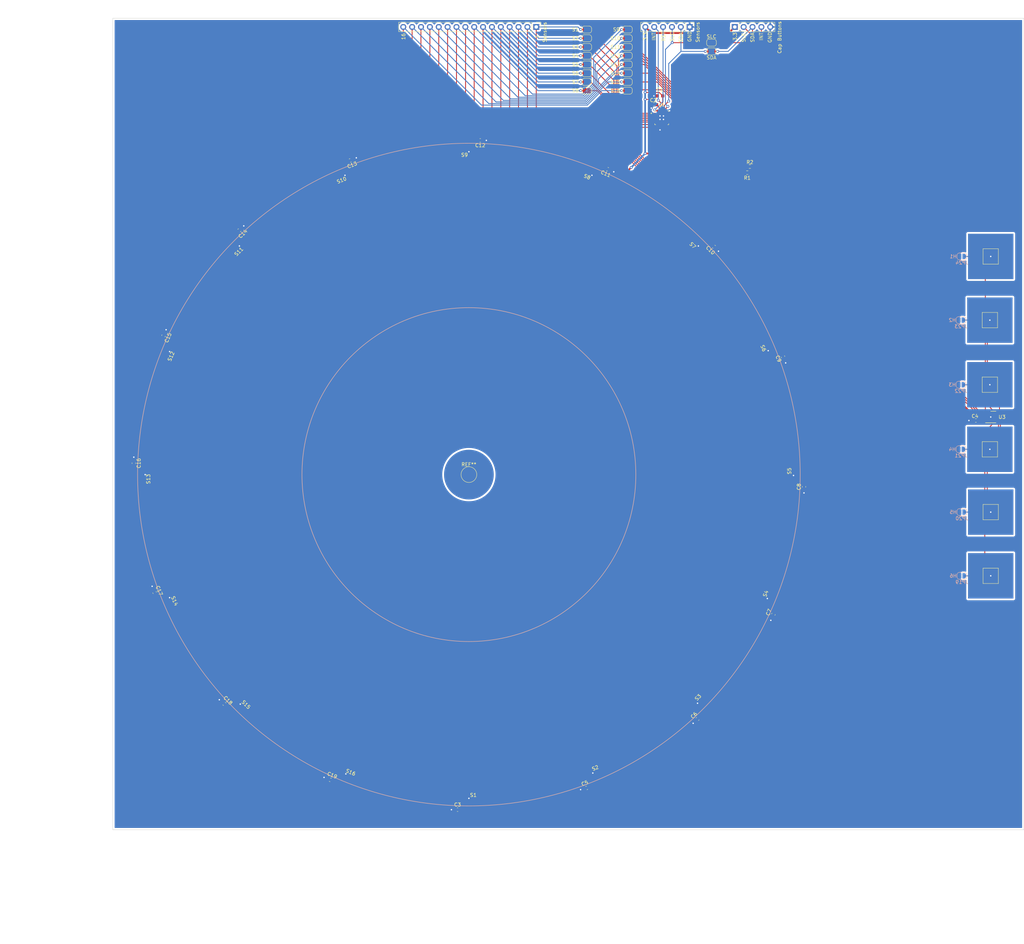
<source format=kicad_pcb>
(kicad_pcb (version 20211014) (generator pcbnew)
  (layers (0 "F.Cu" signal) (31 "B.Cu" signal) (34 "B.Paste" user) (35 "F.Paste" user) (36 "B.SilkS" user "B.Silkscreen") (37 "F.SilkS" user "F.Silkscreen") (38 "B.Mask" user) (39 "F.Mask" user) (44 "Edge.Cuts" user))
  (net 0 "")
  (net 1 "+3V3")
  (net 2 "GND")
  (net 3 "Net-(H2-Pad1)")
  (net 4 "Net-(H3-Pad1)")
  (net 5 "Net-(H4-Pad1)")
  (net 6 "Net-(H5-Pad1)")
  (net 7 "Net-(H6-Pad1)")
  (net 8 "Net-(J1-Pad1)")
  (net 9 "Net-(J1-Pad2)")
  (net 10 "Net-(J1-Pad3)")
  (net 11 "Net-(J1-Pad4)")
  (net 12 "Net-(J1-Pad5)")
  (net 13 "Net-(J1-Pad6)")
  (net 14 "Net-(J1-Pad7)")
  (net 15 "Net-(J1-Pad8)")
  (net 16 "Net-(J1-Pad9)")
  (net 17 "Net-(J1-Pad10)")
  (net 18 "Net-(J1-Pad11)")
  (net 19 "Net-(J1-Pad12)")
  (net 20 "Net-(J1-Pad13)")
  (net 21 "Net-(J1-Pad14)")
  (net 22 "Net-(J1-Pad15)")
  (net 23 "Net-(J1-Pad16)")
  (net 24 "Net-(J2-Pad2)")
  (net 25 "Net-(J2-Pad3)")
  (net 26 "Net-(J2-Pad4)")
  (net 27 "Net-(J2-Pad5)")
  (net 28 "Net-(J3-Pad2)")
  (net 29 "Net-(J3-Pad3)")
  (net 30 "Net-(J3-Pad4)")
  (net 31 "Net-(JP1-Pad2)")
  (net 32 "Net-(JP2-Pad1)")
  (net 33 "Net-(JP3-Pad2)")
  (net 34 "Net-(JP4-Pad1)")
  (net 35 "Net-(JP5-Pad2)")
  (net 36 "Net-(JP6-Pad1)")
  (net 37 "Net-(JP7-Pad2)")
  (net 38 "Net-(JP8-Pad1)")
  (net 39 "Net-(JP9-Pad2)")
  (net 40 "Net-(JP10-Pad1)")
  (net 41 "Net-(JP11-Pad2)")
  (net 42 "Net-(JP12-Pad1)")
  (net 43 "Net-(JP13-Pad2)")
  (net 44 "Net-(JP14-Pad1)")
  (net 45 "Net-(JP15-Pad2)")
  (net 46 "Net-(JP16-Pad1)")
  (net 47 "Net-(JP24-Pad2)")
  (footprint "Connector_PinHeader_2.54mm:PinHeader_1x16_P2.54mm_Vertical" (layer "F.Cu") (at 161.3 110 -90)
    (fp_text reference "Sensors")
    (fp_text value "Conn_01x16_Female")
  )
  (footprint "Capacitor_SMD:C_0603_1608Metric" (layer "F.Cu") (at 207.5 308.25 45)
    (fp_text reference "C6")
    (fp_text value "0.1 uF")
  )
  (footprint "AH3582-SA-7:SOT-23-AH3582-SA-7" (layer "F.Cu") (at 209.25 171.25 135)
    (fp_text reference "S7")
    (fp_text value "AH3582-SA-7")
  )
  (footprint "TestPoint:TestPoint_Pad_4.0x4.0mm" (layer "F.Cu") (at 291.25 194)
    (fp_text reference "H2")
    (fp_text value "MountingHole_Pad")
  )
  (footprint "TestPoint:TestPoint_Pad_4.0x4.0mm" (layer "F.Cu") (at 291.5 267.25)
    (fp_text reference "H6")
    (fp_text value "MountingHole_Pad")
  )
  (footprint "Capacitor_SMD:C_0603_1608Metric" (layer "F.Cu") (at 238 241.75 90)
    (fp_text reference "C8")
    (fp_text value "0.1 uF")
  )
  (footprint "AH3582-SA-7:SOT-23-AH3582-SA-7" (layer "F.Cu") (at 178.25 150.5 157.5)
    (fp_text reference "S8")
    (fp_text value "AH3582-SA-7")
  )
  (footprint "Solder_Jumpers:SolderJumper-2_P1.3mm_Open_RoundedPad1.0x1.5mm" (layer "F.Cu") (at 211.5 114.5 180)
    (fp_text reference "SLC")
    (fp_text value "SolderJumper_2_Open")
  )
  (footprint "Solder_Jumpers:SolderJumper-2_P1.3mm_Bridged2Bar_RoundedPad1.0x1.5mm" (layer "F.Cu") (at 175.75 125.75)
    (fp_text reference "S7")
    (fp_text value "SolderJumper_2_Bridged")
  )
  (footprint "Capacitor_SMD:C_0603_1608Metric" (layer "F.Cu") (at 195 132.25 180)
    (fp_text reference "C2")
    (fp_text value "0.1uF")
  )
  (footprint "Capacitor_SMD:C_0603_1608Metric" (layer "F.Cu") (at 102.283993 325.70342 -22.5)
    (fp_text reference "C19")
    (fp_text value "0.1 uF")
  )
  (footprint "Capacitor_SMD:C_0603_1608Metric" (layer "F.Cu") (at 229.25 278.25 67.5)
    (fp_text reference "C7")
    (fp_text value "0.1 uF")
  )
  (footprint "Solder_Jumpers:SolderJumper-2_P1.3mm_Bridged2Bar_RoundedPad1.0x1.5mm" (layer "F.Cu") (at 175.75 113.25)
    (fp_text reference "S2")
    (fp_text value "SolderJumper_2_Bridged")
  )
  (footprint "AH3582-SA-7:SOT-23-AH3582-SA-7" (layer "F.Cu") (at 178.25 325.75 22.5)
    (fp_text reference "S2")
    (fp_text value "AH3582-SA-7")
  )
  (footprint "Capacitor_SMD:C_0603_1608Metric" (layer "F.Cu") (at 196.75 129.75 180)
    (fp_text reference "C1")
    (fp_text value "0.1uF")
  )
  (footprint "Solder_Jumpers:SolderJumper-2_P1.3mm_Bridged2Bar_RoundedPad1.0x1.5mm" (layer "F.Cu") (at 187.4 110.75 180)
    (fp_text reference "S9")
    (fp_text value "SolderJumper_2_Bridged")
  )
  (footprint "TestPoint:TestPoint_Pad_D4.0mm" (layer "F.Cu") (at 142 238.25)
    (fp_text reference "REF**")
    (fp_text value "TestPoint_Pad_D4.0mm")
  )
  (footprint "AH3582-SA-7:SOT-23-AH3582-SA-7" (layer "F.Cu") (at 142 143.5 180)
    (fp_text reference "S9")
    (fp_text value "AH3582-SA-7")
  )
  (footprint "TestPoint:TestPoint_Pad_4.0x4.0mm" (layer "F.Cu") (at 291.5 175.75)
    (fp_text reference "H1")
    (fp_text value "MountingHole_Pad")
  )
  (footprint "Solder_Jumpers:SolderJumper-2_P1.3mm_Bridged2Bar_RoundedPad1.0x1.5mm" (layer "F.Cu") (at 175.75 110.75)
    (fp_text reference "S1")
    (fp_text value "SolderJumper_2_Bridged")
  )
  (footprint "Capacitor_SMD:C_0603_1608Metric" (layer "F.Cu") (at 46 235 -90)
    (fp_text reference "C16")
    (fp_text value "0.1 uF")
  )
  (footprint "AH3582-SA-7:SOT-23-AH3582-SA-7" (layer "F.Cu") (at 237 238.5 90)
    (fp_text reference "S5")
    (fp_text value "AH3582-SA-7")
  )
  (footprint "Resistor_SMD:R_0603_1608Metric" (layer "F.Cu") (at 222.5 150 180)
    (fp_text reference "R2")
    (fp_text value "10K")
  )
  (footprint "Solder_Jumpers:SolderJumper-2_P1.3mm_Bridged2Bar_RoundedPad1.0x1.5mm" (layer "F.Cu") (at 175.75 123.25)
    (fp_text reference "S6")
    (fp_text value "SolderJumper_2_Bridged")
  )
  (footprint "TestPoint:TestPoint_Pad_4.0x4.0mm" (layer "F.Cu") (at 291.5 249)
    (fp_text reference "H5")
    (fp_text value "MountingHole_Pad")
  )
  (footprint "Solder_Jumpers:SolderJumper-2_P1.3mm_Bridged2Bar_RoundedPad1.0x1.5mm" (layer "F.Cu") (at 175.75 115.75)
    (fp_text reference "S3")
    (fp_text value "SolderJumper_2_Bridged")
  )
  (footprint "AH3582-SA-7:SOT-23-AH3582-SA-7" (layer "F.Cu") (at 229.75 202 112.5)
    (fp_text reference "S6")
    (fp_text value "AH3582-SA-7")
  )
  (footprint "Capacitor_SMD:C_0603_1608Metric" (layer "F.Cu") (at 71.951992 303.951992 -45)
    (fp_text reference "C18")
    (fp_text value "0.1 uF")
  )
  (footprint "Capacitor_SMD:C_0603_1608Metric" (layer "F.Cu") (at 76.25 168.25 -135)
    (fp_text reference "C14")
    (fp_text value "0.1 uF")
  )
  (footprint "Capacitor_SMD:C_0603_1608Metric" (layer "F.Cu") (at 108 148.25 -157.5)
    (fp_text reference "C13")
    (fp_text value "0.1 uF")
  )
  (footprint "Capacitor_SMD:C_0603_1608Metric" (layer "F.Cu") (at 54.5 198.5 -112.5)
    (fp_text reference "C15")
    (fp_text value "0.1 uF")
  )
  (footprint "Resistor_SMD:R_0603_1608Metric" (layer "F.Cu") (at 221.75 151.75)
    (fp_text reference "R1")
    (fp_text value "10K")
  )
  (footprint "AH3582-SA-7:SOT-23-AH3582-SA-7" (layer "F.Cu") (at 54.25 202 -112.5)
    (fp_text reference "S12")
    (fp_text value "AH3582-SA-7")
  )
  (footprint "AH3582-SA-7:SOT-23-AH3582-SA-7" (layer "F.Cu") (at 209 305.25 45)
    (fp_text reference "S3")
    (fp_text value "AH3582-SA-7")
  )
  (footprint "AH3582-SA-7:SOT-23-AH3582-SA-7" (layer "F.Cu") (at 47 238.25 -90)
    (fp_text reference "S13")
    (fp_text value "AH3582-SA-7")
  )
  (footprint "Solder_Jumpers:SolderJumper-2_P1.3mm_Bridged2Bar_RoundedPad1.0x1.5mm" (layer "F.Cu") (at 187.4 125.75 180)
    (fp_text reference "S15")
    (fp_text value "SolderJumper_2_Bridged")
  )
  (footprint "Solder_Jumpers:SolderJumper-2_P1.3mm_Open_RoundedPad1.0x1.5mm" (layer "F.Cu") (at 211.5 117 180)
    (fp_text reference "SDA")
    (fp_text value "SolderJumper_2_Open")
  )
  (footprint "Solder_Jumpers:SolderJumper-2_P1.3mm_Bridged2Bar_RoundedPad1.0x1.5mm" (layer "F.Cu") (at 187.4 120.75 180)
    (fp_text reference "S13")
    (fp_text value "SolderJumper_2_Bridged")
  )
  (footprint "Capacitor_SMD:C_0603_1608Metric" (layer "F.Cu") (at 232 204.5 112.5)
    (fp_text reference "C9")
    (fp_text value "0.1 uF")
  )
  (footprint "Solder_Jumpers:SolderJumper-2_P1.3mm_Bridged2Bar_RoundedPad1.0x1.5mm" (layer "F.Cu") (at 187.4 113.25 180)
    (fp_text reference "S10")
    (fp_text value "SolderJumper_2_Bridged")
  )
  (footprint "TestPoint:TestPoint_Pad_4.0x4.0mm" (layer "F.Cu") (at 291.25 212.5)
    (fp_text reference "H3")
    (fp_text value "MountingHole_Pad")
  )
  (footprint "Connector_PinHeader_2.54mm:PinHeader_1x06_P2.54mm_Vertical" (layer "F.Cu") (at 205.25 110 -90)
    (fp_text reference "Sensors")
    (fp_text value "Conn_01x06_Female")
  )
  (footprint "KTS1622EUAA-TR:QFN50P400X400X80-25N" (layer "F.Cu") (at 197.25 136)
    (fp_text reference "U1")
    (fp_text value "KTS1622EUAA-TR")
  )
  (footprint "AH3582-SA-7:SOT-23-AH3582-SA-7" (layer "F.Cu") (at 74.75 171.25 -135)
    (fp_text reference "S11")
    (fp_text value "AH3582-SA-7")
  )
  (footprint "AH3582-SA-7:SOT-23-AH3582-SA-7" (layer "F.Cu") (at 105.5 150.5 -157.5)
    (fp_text reference "S10")
    (fp_text value "AH3582-SA-7")
  )
  (footprint "Solder_Jumpers:SolderJumper-2_P1.3mm_Bridged2Bar_RoundedPad1.0x1.5mm" (layer "F.Cu") (at 175.75 118.25)
    (fp_text reference "S4")
    (fp_text value "SolderJumper_2_Bridged")
  )
  (footprint "Solder_Jumpers:SolderJumper-2_P1.3mm_Bridged2Bar_RoundedPad1.0x1.5mm" (layer "F.Cu") (at 175.75 128.25)
    (fp_text reference "S8")
    (fp_text value "SolderJumper_2_Bridged")
  )
  (footprint "AH3582-SA-7:SOT-23-AH3582-SA-7" (layer "F.Cu") (at 142 333.25)
    (fp_text reference "S1")
    (fp_text value "AH3582-SA-7")
  )
  (footprint "Connector_PinHeader_2.54mm:PinHeader_1x05_P2.54mm_Vertical" (layer "F.Cu") (at 218.175 110 90)
    (fp_text reference "Cap Buttons")
    (fp_text value "Conn_01x05_Female")
  )
  (footprint "AH3582-SA-7:SOT-23-AH3582-SA-7" (layer "F.Cu") (at 75 305.5 -45)
    (fp_text reference "S15")
    (fp_text value "AH3582-SA-7")
  )
  (footprint "Solder_Jumpers:SolderJumper-2_P1.3mm_Bridged2Bar_RoundedPad1.0x1.5mm" (layer "F.Cu") (at 175.75 120.75)
    (fp_text reference "S5")
    (fp_text value "SolderJumper_2_Bridged")
  )
  (footprint "Capacitor_SMD:C_0603_1608Metric" (layer "F.Cu") (at 145.25 142.5 180)
    (fp_text reference "C12")
    (fp_text value "0.1 uF")
  )
  (footprint "Solder_Jumpers:SolderJumper-2_P1.3mm_Bridged2Bar_RoundedPad1.0x1.5mm" (layer "F.Cu") (at 187.4 128.25 180)
    (fp_text reference "S16")
    (fp_text value "SolderJumper_2_Bridged")
  )
  (footprint "Capacitor_SMD:C_0603_1608Metric" (layer "F.Cu") (at 138.75 334.25)
    (fp_text reference "C3")
    (fp_text value "0.1 uF")
  )
  (footprint "Solder_Jumpers:SolderJumper-2_P1.3mm_Bridged2Bar_RoundedPad1.0x1.5mm" (layer "F.Cu") (at 187.4 115.75 180)
    (fp_text reference "S11")
    (fp_text value "SolderJumper_2_Bridged")
  )
  (footprint "Solder_Jumpers:SolderJumper-2_P1.3mm_Bridged2Bar_RoundedPad1.0x1.5mm" (layer "F.Cu") (at 187.4 118.25 180)
    (fp_text reference "S12")
    (fp_text value "SolderJumper_2_Bridged")
  )
  (footprint "Solder_Jumpers:SolderJumper-2_P1.3mm_Bridged2Bar_RoundedPad1.0x1.5mm" (layer "F.Cu") (at 187.4 123.25 180)
    (fp_text reference "S14")
    (fp_text value "SolderJumper_2_Bridged")
  )
  (footprint "AH3582-SA-7:SOT-23-AH3582-SA-7" (layer "F.Cu") (at 105.75 326 -22.5)
    (fp_text reference "S16")
    (fp_text value "AH3582-SA-7")
  )
  (footprint "Capacitor_SMD:C_0603_1608Metric" (layer "F.Cu") (at 287.25 222.75 180)
    (fp_text reference "C4")
    (fp_text value "0.1uF")
  )
  (footprint "Capacitor_SMD:C_0603_1608Metric" (layer "F.Cu") (at 212.201992 172.951992 135)
    (fp_text reference "C10")
    (fp_text value "0.1 uF")
  )
  (footprint "Capacitor_SMD:C_0603_1608Metric" (layer "F.Cu") (at 175.75 328 22.5)
    (fp_text reference "C5")
    (fp_text value "0.1 uF")
  )
  (footprint "AH3582-SA-7:SOT-23-AH3582-SA-7" (layer "F.Cu") (at 54.25 274.5 -67.5)
    (fp_text reference "S14")
    (fp_text value "AH3582-SA-7")
  )
  (footprint "Capacitor_SMD:C_0603_1608Metric" (layer "F.Cu") (at 181.75 150.75 157.5)
    (fp_text reference "C11")
    (fp_text value "0.1 uF")
  )
  (footprint "TestPoint:TestPoint_Pad_4.0x4.0mm" (layer "F.Cu") (at 291.25 231)
    (fp_text reference "H4")
    (fp_text value "MountingHole_Pad")
  )
  (footprint "AH3582-SA-7:SOT-23-AH3582-SA-7" (layer "F.Cu") (at 229.5 274.75 67.5)
    (fp_text reference "S4")
    (fp_text value "AH3582-SA-7")
  )
  (footprint "Package_DFN_QFN:DFN-10-1EP_3x3mm_P0.5mm_EP1.55x2.48mm" (layer "F.Cu") (at 291.5 221.75)
    (fp_text reference "U3")
    (fp_text value "CAP1206-x-AIA")
  )
  (footprint "Capacitor_SMD:C_0603_1608Metric" (layer "F.Cu") (at 51.95342 272.033993 -67.5)
    (fp_text reference "C17")
    (fp_text value "0.1 uF")
  )
  (footprint "Solder_Jumpers:SolderJumper-2_P1.3mm_Open_RoundedPad1.0x1.5mm" (layer "B.Cu") (at 283 212.5)
    (fp_text reference "JP22")
    (fp_text value "SolderJumper_2_Open")
  )
  (footprint "Solder_Jumpers:SolderJumper-2_P1.3mm_Open_RoundedPad1.0x1.5mm" (layer "B.Cu") (at 283.25 175.75)
    (fp_text reference "JP24")
    (fp_text value "SolderJumper_2_Open")
  )
  (footprint "Solder_Jumpers:SolderJumper-2_P1.3mm_Open_RoundedPad1.0x1.5mm" (layer "B.Cu") (at 283.25 249)
    (fp_text reference "JP20")
    (fp_text value "SolderJumper_2_Open")
  )
  (footprint "Solder_Jumpers:SolderJumper-2_P1.3mm_Open_RoundedPad1.0x1.5mm" (layer "B.Cu") (at 283 231)
    (fp_text reference "JP21")
    (fp_text value "SolderJumper_2_Open")
  )
  (footprint "Solder_Jumpers:SolderJumper-2_P1.3mm_Open_RoundedPad1.0x1.5mm" (layer "B.Cu") (at 283 194)
    (fp_text reference "JP23")
    (fp_text value "SolderJumper_2_Open")
  )
  (footprint "Solder_Jumpers:SolderJumper-2_P1.3mm_Open_RoundedPad1.0x1.5mm" (layer "B.Cu") (at 283.25 267.25)
    (fp_text reference "JP19")
    (fp_text value "SolderJumper_2_Open")
  )
  (gr_circle (center 142 238.25) (end 236.920032 238.25) (layer "B.SilkS") (width 0.15) (fill none))
  (gr_circle (center 142 238.25) (end 189.825 238.385) (layer "B.SilkS") (width 0.15) (fill none))
  (gr_line (start 40 107.5) (end 40 340) (layer "Edge.Cuts") (width 0.1))
  (gr_line (start 301 107.5) (end 40 107.5) (layer "Edge.Cuts") (width 0.1))
  (gr_line (start 40 340) (end 140 340) (layer "Edge.Cuts") (width 0.1))
  (gr_line (start 140 340) (end 301 340) (layer "Edge.Cuts") (width 0.1))
  (gr_line (start 301 340) (end 301 107.5) (layer "Edge.Cuts") (width 0.1))
  (gr_text "3.3" (at 192.5 112.75 90) (layer "F.SilkS") (effects (font (size 1 1))))
  (gr_text "SLC" (at 220.75 113 90) (layer "F.SilkS") (effects (font (size 1 1))))
  (gr_text "GND" (at 228.25 113 90) (layer "F.SilkS") (effects (font (size 1 1))))
  (gr_text "RST" (at 197.75 112.75 90) (layer "F.SilkS") (effects (font (size 1 1))))
  (gr_text "SDA" (at 202.75 113 90) (layer "F.SilkS") (effects (font (size 1 1))))
  (gr_text "16" (at 123.25 112.75 90) (layer "F.SilkS") (effects (font (size 1 1))))
  (gr_text "GND" (at 205.25 112.75 90) (layer "F.SilkS") (effects (font (size 1 1))))
  (gr_text "1" (at 161.5 112.75 90) (layer "F.SilkS") (effects (font (size 1 1))))
  (gr_text "SLC" (at 200.25 112.75 90) (layer "F.SilkS") (effects (font (size 1 1))))
  (gr_text "INT" (at 225.75 112.75 90) (layer "F.SilkS") (effects (font (size 1 1))))
  (gr_text "INT" (at 195 112.75 90) (layer "F.SilkS") (effects (font (size 1 1))))
  (gr_text "3.3" (at 218.25 112.75 90) (layer "F.SilkS") (effects (font (size 1 1))))
  (gr_text "SDA" (at 223.25 113 90) (layer "F.SilkS") (effects (font (size 1 1))))
  (segment (start 180.474049 149.893476) (end 181.033993 150.45342) (width 0.25) (layer "F.Cu") (net 1))
  (segment (start 211.653984 172.403984) (end 211.596016 172.403984) (width 0.25) (layer "F.Cu") (net 1))
  (segment (start 209.070711 306.664214) (end 209.070711 306.679289) (width 0.25) (layer "F.Cu") (net 1))
  (segment (start 196.5 132.975) (end 195.775 132.25) (width 0.25) (layer "F.Cu") (net 1))
  (segment (start 197.5 132.0246) (end 197.525 131.9996) (width 0.25) (layer "F.Cu") (net 1))
  (segment (start 45.95 237.3) (end 45.95 235.825) (width 0.25) (layer "F.Cu") (net 1))
  (segment (start 238.05 240.925) (end 238 240.975) (width 0.25) (layer "F.Cu") (net 1))
  (segment (start 196.5 134.03) (end 196.5 132.975) (width 0.25) (layer "F.Cu") (net 1))
  (segment (start 106.664196 149.166377) (end 107.283993 148.54658) (width 0.25) (layer "F.Cu") (net 1))
  (segment (start 139.525 322.775) (end 139.5 322.75) (width 0.25) (layer "F.Cu") (net 1))
  (segment (start 195.775 132.25) (end 194.275 130.75) (width 0.25) (layer "F.Cu") (net 1))
  (segment (start 57.5 203.25) (end 57.5 235.75) (width 0.5) (layer "F.Cu") (net 1))
  (segment (start 103 326) (end 103.863973 326) (width 0.25) (layer "F.Cu") (net 1))
  (segment (start 231.083623 202.475868) (end 231.083623 203.164196) (width 0.25) (layer "F.Cu") (net 1))
  (segment (start 192.55 110) (end 194.3 111.75) (width 0.5) (layer "F.Cu") (net 1))
  (segment (start 144.5 153.75) (end 107.75 153.75) (width 0.5) (layer "F.Cu") (net 1))
  (segment (start 107.75 149.012587) (end 107.75 153.75) (width 0.25) (layer "F.Cu") (net 1))
  (segment (start 75.798008 168.798008) (end 83.875 176.875) (width 0.25) (layer "F.Cu") (net 1))
  (segment (start 83.875 176.875) (end 57.875 202.875) (width 0.5) (layer "F.Cu") (net 1))
  (segment (start 139.575 334.3) (end 139.525 334.25) (width 0.25) (layer "F.Cu") (net 1))
  (segment (start 220.925 150) (end 221.675 150) (width 0.5) (layer "F.Cu") (net 1))
  (segment (start 57.875 202.875) (end 57.5 203.25) (width 0.5) (layer "F.Cu") (net 1))
  (segment (start 105.975868 149.166377) (end 106.664196 149.166377) (width 0.25) (layer "F.Cu") (net 1))
  (segment (start 230.106524 276.029503) (end 230.106524 276.974049) (width 0.25) (layer "F.Cu") (net 1))
  (segment (start 57.475 235.775) (end 57.5 235.75) (width 0.25) (layer "F.Cu") (net 1))
  (segment (start 216.425 111.75) (end 218.175 110) (width 0.5) (layer "F.Cu") (net 1))
  (segment (start 139.525 334.25) (end 139.525 322.775) (width 0.25) (layer "F.Cu") (net 1))
  (segment (start 72.5 304.5) (end 80.625 296.375) (width 0.25) (layer "F.Cu") (net 1))
  (segment (start 194.3 111.75) (end 216.425 111.75) (width 0.5) (layer "F.Cu") (net 1))
  (segment (start 73.570711 305.570711) (end 72.5 304.5) (width 0.25) (layer "F.Cu") (net 1))
  (segment (start 74.679289 169.820711) (end 75.701992 168.798008) (width 0.25) (layer "F.Cu") (net 1))
  (segment (start 106.5 322.5) (end 106.5 322.25) (width 0.25) (layer "F.Cu") (net 1))
  (segment (start 225.9375 273.9375) (end 226.5 273.375) (width 0.5) (layer "F.Cu") (net 1))
  (segment (start 57.5 272.5) (end 57.5 273.25) (width 0.5) (layer "F.Cu") (net 1))
  (segment (start 177 153.75) (end 144.5 153.75) (width 0.5) (layer "F.Cu") (net 1))
  (segment (start 226.5 203.75) (end 226.5 203.25) (width 0.5) (layer "F.Cu") (net 1))
  (segment (start 211.596016 172.403984) (end 203.625 180.375) (width 0.25) (layer "F.Cu") (net 1))
  (segment (start 144.475 153.725) (end 144.5 153.75) (width 0.25) (layer "F.Cu") (net 1))
  (segment (start 231.70342 203.783993) (end 231.669427 203.75) (width 0.25) (layer "F.Cu") (net 1))
  (segment (start 194.275 130.75) (end 192.5 130.75) (width 0.25) (layer "F.Cu") (net 1))
  (segment (start 144.425 142.45) (end 144.475 142.5) (width 0.25) (layer "F.Cu") (net 1))
  (segment (start 53.643476 200.720497) (end 53.643476 199.775951) (width 0.25) (layer "F.Cu") (net 1))
  (segment (start 57.5 273.25) (end 80.625 296.375) (width 0.5) (layer "F.Cu") (net 1))
  (segment (start 196.5 128.75) (end 192.5 128.75) (width 0.25) (layer "F.Cu") (net 1))
  (segment (start 45.95 235.825) (end 46 235.775) (width 0.25) (layer "F.Cu") (net 1))
  (segment (start 197.525 129.75) (end 197.5 129.75) (width 0.25) (layer "F.Cu") (net 1))
  (segment (start 141.05 334.3) (end 139.575 334.3) (width 0.25) (layer "F.Cu") (net 1))
  (segment (start 226.5 241) (end 226.5 203.75) (width 0.5) (layer "F.Cu") (net 1))
  (segment (start 177.375 154.125) (end 177 153.75) (width 0.5) (layer "F.Cu") (net 1))
  (segment (start 103 326) (end 106.5 322.5) (width 0.25) (layer "F.Cu") (net 1))
  (segment (start 220.925 150) (end 217.175 146.25) (width 0.5) (layer "F.Cu") (net 1))
  (segment (start 238.05 239.45) (end 238.05 240.925) (width 0.25) (layer "F.Cu") (net 1))
  (segment (start 176.466007 327.70342) (end 176.5 327.669427) (width 0.25) (layer "F.Cu") (net 1))
  (segment (start 176.5 327.669427) (end 176.5 322.75) (width 0.25) (layer "F.Cu") (net 1))
  (segment (start 46 235.775) (end 57.475 235.775) (width 0.25) (layer "F.Cu") (net 1))
  (segment (start 177.774132 327.083623) (end 177.085804 327.083623) (width 0.25) (layer "F.Cu") (net 1))
  (segment (start 176.5 322.75) (end 177.125 322.75) (width 0.5) (layer "F.Cu") (net 1))
  (segment (start 197.525 131.9996) (end 197.525 129.75) (width 0.25) (layer "F.Cu") (net 1))
  (segment (start 73.585786 305.570711) (end 73.570711 305.570711) (width 0.25) (layer "F.Cu") (net 1))
  (segment (start 54.216007 199.216007) (end 57.875 202.875) (width 0.25) (layer "F.Cu") (net 1))
  (segment (start 197.5 129.75) (end 196.5 128.75) (width 0.25) (layer "F.Cu") (net 1))
  (segment (start 192.5 169.25) (end 181 157.75) (width 0.5) (layer "F.Cu") (net 1))
  (segment (start 229.54658 277.533993) (end 229.533993 277.533993) (width 0.25) (layer "F.Cu") (net 1))
  (segment (start 103.863973 326) (end 104.470497 326.606524) (width 0.25) (layer "F.Cu") (net 1))
  (segment (start 203.625 180.375) (end 192.5 169.25) (width 0.5) (layer "F.Cu") (net 1))
  (segment (start 288.025 222.725) (end 220.925 155.625) (width 0.5) (layer "F.Cu") (net 1))
  (segment (start 144.475 142.5) (end 144.475 153.725) (width 0.25) (layer "F.Cu") (net 1))
  (segment (start 231.083623 203.164196) (end 231.70342 203.783993) (width 0.25) (layer "F.Cu") (net 1))
  (segment (start 80.625 296.375) (end 106.5 322.25) (width 0.5) (layer "F.Cu") (net 1))
  (segment (start 53.643476 199.775951) (end 54.20342 199.216007) (width 0.25) (layer "F.Cu") (net 1))
  (segment (start 142.95 142.45) (end 144.425 142.45) (width 0.25) (layer "F.Cu") (net 1))
  (segment (start 220.925 151.75) (end 220.925 150) (width 0.5) (layer "F.Cu") (net 1))
  (segment (start 181.033993 150.466007) (end 177.375 154.125) (width 0.25) (layer "F.Cu") (net 1))
  (segment (start 74.679289 169.835786) (end 74.679289 169.820711) (width 0.25) (layer "F.Cu") (net 1))
  (segment (start 52.25 272.75) (end 52.5 272.5) (width 0.25) (layer "F.Cu") (net 1))
  (segment (start 226.5 203.25) (end 203.625 180.375) (width 0.5) (layer "F.Cu") (net 1))
  (segment (start 75.701992 168.798008) (end 75.798008 168.798008) (width 0.25) (layer "F.Cu") (net 1))
  (segment (start 229.533993 277.533993) (end 225.9375 273.9375) (width 0.25) (layer "F.Cu") (net 1))
  (segment (start 210.664214 171.414214) (end 211.653984 172.403984) (width 0.25) (layer "F.Cu") (net 1))
  (segment (start 210.664214 171.179289) (end 210.664214 171.414214) (width 0.25) (layer "F.Cu") (net 1))
  (segment (start 177.085804 327.083623) (end 176.466007 327.70342) (width 0.25) (layer "F.Cu") (net 1))
  (segment (start 208.048008 307.701992) (end 207.951992 307.701992) (width 0.25) (layer "F.Cu") (net 1))
  (segment (start 217.175 146.25) (end 192.5 146.25) (width 0.5) (layer "F.Cu") (net 1))
  (segment (start 238 240.975) (end 226.525 240.975) (width 0.25) (layer "F.Cu") (net 1))
  (segment (start 106.5 322.25) (end 107 322.75) (width 0.5) (layer "F.Cu") (net 1))
  (segment (start 197.5 134.03) (end 197.5 132.0246) (width 0.25) (layer "F.Cu") (net 1))
  (segment (start 139.5 322.75) (end 176.5 322.75) (width 0.5) (layer "F.Cu") (net 1))
  (segment (start 188.5 150.25) (end 181 157.75) (width 0.5) (layer "F.Cu") (net 1))
  (segment (start 107 153.75) (end 83.875 176.875) (width 0.5) (layer "F.Cu") (net 1))
  (segment (start 181.033993 150.45342) (end 181.033993 150.466007) (width 0.25) (layer "F.Cu") (net 1))
  (segment (start 226.525 240.975) (end 226.5 241) (width 0.25) (layer "F.Cu") (net 1))
  (segment (start 107.283993 148.54658) (end 107.75 149.012587) (width 0.25) (layer "F.Cu") (net 1))
  (segment (start 181 157.75) (end 177.375 154.125) (width 0.5) (layer "F.Cu") (net 1))
  (segment (start 179.529503 149.893476) (end 180.474049 149.893476) (width 0.25) (layer "F.Cu") (net 1))
  (segment (start 54.20342 199.216007) (end 54.216007 199.216007) (width 0.25) (layer "F.Cu") (net 1))
  (segment (start 209.070711 306.679289) (end 208.048008 307.701992) (width 0.25) (layer "F.Cu") (net 1))
  (segment (start 231.669427 203.75) (end 226.5 203.75) (width 0.25) (layer "F.Cu") (net 1))
  (segment (start 177.125 322.75) (end 200.0625 299.8125) (width 0.5) (layer "F.Cu") (net 1))
  (segment (start 107 322.75) (end 139.5 322.75) (width 0.5) (layer "F.Cu") (net 1))
  (segment (start 57.5 235.75) (end 57.5 272.5) (width 0.5) (layer "F.Cu") (net 1))
  (segment (start 226.5 273.375) (end 226.5 241) (width 0.5) (layer "F.Cu") (net 1))
  (segment (start 107.75 153.75) (end 107 153.75) (width 0.5) (layer "F.Cu") (net 1))
  (segment (start 220.925 155.625) (end 220.925 151.75) (width 0.5) (layer "F.Cu") (net 1))
  (segment (start 200.0625 299.8125) (end 225.9375 273.9375) (width 0.5) (layer "F.Cu") (net 1))
  (segment (start 289.95 222.75) (end 288.025 222.75) (width 0.25) (layer "F.Cu") (net 1))
  (segment (start 52.5 272.5) (end 57.5 272.5) (width 0.25) (layer "F.Cu") (net 1))
  (segment (start 52.916377 274.024132) (end 52.916377 273.416377) (width 0.25) (layer "F.Cu") (net 1))
  (segment (start 52.916377 273.416377) (end 52.25 272.75) (width 0.25) (layer "F.Cu") (net 1))
  (segment (start 230.106524 276.974049) (end 229.54658 277.533993) (width 0.25) (layer "F.Cu") (net 1))
  (segment (start 207.951992 307.701992) (end 200.0625 299.8125) (width 0.25) (layer "F.Cu") (net 1))
  (via (at 192.5 130.75) (size 0.8) (drill 0.4) (layers "F.Cu" "B.Cu") (net 1))
  (via (at 192.5 146.25) (size 0.8) (drill 0.4) (layers "F.Cu" "B.Cu") (net 1))
  (via (at 192.5 128.75) (size 0.8) (drill 0.4) (layers "F.Cu" "B.Cu") (net 1))
  (via (at 188.5 150.25) (size 0.8) (drill 0.4) (layers "F.Cu" "B.Cu") (net 1))
  (segment (start 192.55 128.7) (end 192.5 128.75) (width 0.5) (layer "B.Cu") (net 1))
  (segment (start 192.55 110) (end 192.55 128.7) (width 0.5) (layer "B.Cu") (net 1))
  (segment (start 192.5 130.75) (end 192.5 146.25) (width 0.5) (layer "B.Cu") (net 1))
  (segment (start 192.5 146.25) (end 188.5 150.25) (width 0.5) (layer "B.Cu") (net 1))
  (segment (start 192.5 130.75) (end 192.5 128.75) (width 0.5) (layer "B.Cu") (net 1))
  (segment (start 199.22 134.28) (end 199.5 134) (width 0.25) (layer "F.Cu") (net 2))
  (segment (start 146.025 142.5) (end 147 142.5) (width 0.25) (layer "F.Cu") (net 2))
  (segment (start 177.848182 151.470074) (end 177.848182 151.901818) (width 0.25) (layer "F.Cu") (net 2))
  (segment (start 142 332.2) (end 142 331) (width 0.25) (layer "F.Cu") (net 2))
  (segment (start 194.225 132.25) (end 194.25 132.275) (width 0.25) (layer "F.Cu") (net 2))
  (segment (start 54.79658 197.20342) (end 55.25 196.75) (width 0.25) (layer "F.Cu") (net 2))
  (segment (start 212.75 173.5) (end 213.5 174.25) (width 0.25) (layer "F.Cu") (net 2))
  (segment (start 232.29658 205.79658) (end 232.75 206.25) (width 0.25) (layer "F.Cu") (net 2))
  (segment (start 195.975 129.75) (end 195 129.75) (width 0.25) (layer "F.Cu") (net 2))
  (segment (start 55.651818 202.401818) (end 56.25 203) (width 0.25) (layer "F.Cu") (net 2))
  (segment (start 177.848182 324.779926) (end 177.848182 324.098182) (width 0.25) (layer "F.Cu") (net 2))
  (segment (start 228.95342 278.966007) (end 228.95342 279.54658) (width 0.25) (layer "F.Cu") (net 2))
  (segment (start 197.25 136) (end 196.75 136.5) (width 0.25) (layer "F.Cu") (net 2))
  (segment (start 142 144.55) (end 142 145.75) (width 0.25) (layer "F.Cu") (net 2))
  (segment (start 71.403984 303.403984) (end 71.153984 303.403984) (width 0.25) (layer "F.Cu") (net 2))
  (segment (start 197 137.97) (end 197 139.25) (width 0.25) (layer "F.Cu") (net 2))
  (segment (start 108.716007 147.95342) (end 109.29658 147.95342) (width 0.25) (layer "F.Cu") (net 2))
  (segment (start 55.220074 274.098182) (end 55.651818 274.098182) (width 0.25) (layer "F.Cu") (net 2))
  (segment (start 228.529926 274.348182) (end 228.098182 274.348182) (width 0.25) (layer "F.Cu") (net 2))
  (segment (start 208.507538 171.992462) (end 207.75 172.75) (width 0.25) (layer "F.Cu") (net 2))
  (segment (start 175.033993 328.29658) (end 174.20342 328.29658) (width 0.25) (layer "F.Cu") (net 2))
  (segment (start 55.651818 274.098182) (end 56.25 273.5) (width 0.25) (layer "F.Cu") (net 2))
  (segment (start 194.25 132.275) (end 194.25 133.25) (width 0.25) (layer "F.Cu") (net 2))
  (segment (start 286.475 222.75) (end 285.25 222.75) (width 0.25) (layer "F.Cu") (net 2))
  (segment (start 228.098182 274.348182) (end 227.5 273.75) (width 0.25) (layer "F.Cu") (net 2))
  (segment (start 197 139.25) (end 196.75 139.5) (width 0.25) (layer "F.Cu") (net 2))
  (segment (start 105.901818 151.901818) (end 106.5 152.5) (width 0.25) (layer "F.Cu") (net 2))
  (segment (start 174.20342 328.29658) (end 174 328.5) (width 0.25) (layer "F.Cu") (net 2))
  (segment (start 197.25 136) (end 196.75 135.5) (width 0.25) (layer "F.Cu") (net 2))
  (segment (start 109.29658 147.95342) (end 109.75 147.5) (width 0.25) (layer "F.Cu") (net 2))
  (segment (start 75.492462 171.992462) (end 76.25 172.75) (width 0.25) (layer "F.Cu") (net 2))
  (segment (start 137.975 334.25) (end 137 334.25) (width 0.25) (layer "F.Cu") (net 2))
  (segment (start 76.798008 167.701992) (end 77.5 167) (width 0.25) (layer "F.Cu") (net 2))
  (segment (start 238 242.525) (end 238 243.5) (width 0.25) (layer "F.Cu") (net 2))
  (segment (start 177.848182 324.098182) (end 177.5 323.75) (width 0.25) (layer "F.Cu") (net 2))
  (segment (start 177.848182 151.901818) (end 177.25 152.5) (width 0.25) (layer "F.Cu") (net 2))
  (segment (start 206.951992 308.798008) (end 206.25 309.5) (width 0.25) (layer "F.Cu") (net 2))
  (segment (start 235.95 238.5) (end 235 238.5) (width 0.25) (layer "F.Cu") (net 2))
  (segment (start 100.90684 325.40684) (end 100.5 325) (width 0.25) (layer "F.Cu") (net 2))
  (segment (start 101.567986 325.40684) (end 100.90684 325.40684) (width 0.25) (layer "F.Cu") (net 2))
  (segment (start 71.153984 303.403984) (end 70.5 302.75) (width 0.25) (layer "F.Cu") (net 2))
  (segment (start 232.29658 205.216007) (end 232.29658 205.79658) (width 0.25) (layer "F.Cu") (net 2))
  (segment (start 55.220074 202.401818) (end 55.651818 202.401818) (width 0.25) (layer "F.Cu") (net 2))
  (segment (start 46 234.225) (end 46 233.25) (width 0.25) (layer "F.Cu") (net 2))
  (segment (start 199.22 134.75) (end 199.22 134.28) (width 0.25) (layer "F.Cu") (net 2))
  (segment (start 48.05 238.25) (end 49.25 238.25) (width 0.25) (layer "F.Cu") (net 2))
  (segment (start 51.65684 270.65684) (end 51.25 270.25) (width 0.25) (layer "F.Cu") (net 2))
  (segment (start 106.151818 324.598182) (end 106.75 324) (width 0.25) (layer "F.Cu") (net 2))
  (segment (start 106.151818 325.029926) (end 106.151818 324.598182) (width 0.25) (layer "F.Cu") (net 2))
  (segment (start 105.901818 151.470074) (end 105.901818 151.901818) (width 0.25) (layer "F.Cu") (net 2))
  (segment (start 75.742462 304.757538) (end 76.5 304) (width 0.25) (layer "F.Cu") (net 2))
  (segment (start 228.779926 202.401818) (end 228.098182 202.401818) (width 0.25) (layer "F.Cu") (net 2))
  (segment (start 208.257538 304.507538) (end 207.5 303.75) (width 0.25) (layer "F.Cu") (net 2))
  (segment (start 54.79658 197.783993) (end 54.79658 197.20342) (width 0.25) (layer "F.Cu") (net 2))
  (segment (start 228.95342 279.54658) (end 228.5 280) (width 0.25) (layer "F.Cu") (net 2))
  (segment (start 183.04658 151.04658) (end 183.5 151.5) (width 0.25) (layer "F.Cu") (net 2))
  (segment (start 197.25 136) (end 197.75 136.5) (width 0.25) (layer "F.Cu") (net 2))
  (segment (start 182.466007 151.04658) (end 183.04658 151.04658) (width 0.25) (layer "F.Cu") (net 2))
  (segment (start 228.098182 202.401818) (end 227.75 202.75) (width 0.25) (layer "F.Cu") (net 2))
  (segment (start 51.65684 271.317986) (end 51.65684 270.65684) (width 0.25) (layer "F.Cu") (net 2))
  (segment (start 197.25 136) (end 197.75 135.5) (width 0.25) (layer "F.Cu") (net 2))
  (via (at 76.5 304) (size 0.8) (drill 0.4) (layers "F.Cu" "B.Cu") (net 2))
  (via (at 106.75 324) (size 0.8) (drill 0.4) (layers "F.Cu" "B.Cu") (net 2))
  (via (at 183.5 151.5) (size 0.8) (drill 0.4) (layers "F.Cu" "B.Cu") (net 2))
  (via (at 196.75 139.5) (size 0.8) (drill 0.4) (layers "F.Cu" "B.Cu") (net 2))
  (via (at 51.25 270.25) (size 0.8) (drill 0.4) (layers "F.Cu" "B.Cu") (net 2))
  (via (at 194.25 133.25) (size 0.8) (drill 0.4) (layers "F.Cu" "B.Cu") (net 2))
  (via (at 206.25 309.5) (size 0.8) (drill 0.4) (layers "F.Cu" "B.Cu") (net 2))
  (via (at 142 145.75) (size 0.8) (drill 0.4) (layers "F.Cu" "B.Cu") (net 2))
  (via (at 49.25 238.25) (size 0.8) (drill 0.4) (layers "F.Cu" "B.Cu") (net 2))
  (via (at 213.5 174.25) (size 0.8) (drill 0.4) (layers "F.Cu" "B.Cu") (net 2))
  (via (at 235 238.5) (size 0.8) (drill 0.4) (layers "F.Cu" "B.Cu") (net 2))
  (via (at 109.75 147.5) (size 0.8) (drill 0.4) (layers "F.Cu" "B.Cu") (net 2))
  (via (at 197.75 136.5) (size 0.8) (drill 0.4) (layers "F.Cu" "B.Cu") (net 2))
  (via (at 55.25 196.75) (size 0.8) (drill 0.4) (layers "F.Cu" "B.Cu") (net 2))
  (via (at 232.75 206.25) (size 0.8) (drill 0.4) (layers "F.Cu" "B.Cu") (net 2))
  (via (at 70.5 302.75) (size 0.8) (drill 0.4) (layers "F.Cu" "B.Cu") (net 2))
  (via (at 285.25 222.75) (size 0.8) (drill 0.4) (layers "F.Cu" "B.Cu") (net 2))
  (via (at 207.75 172.75) (size 0.8) (drill 0.4) (layers "F.Cu" "B.Cu") (net 2))
  (via (at 137 334.25) (size 0.8) (drill 0.4) (layers "F.Cu" "B.Cu") (net 2))
  (via (at 291.5 221.75) (size 0.8) (drill 0.4) (layers "F.Cu" "B.Cu") (net 2))
  (via (at 77.5 167) (size 0.8) (drill 0.4) (layers "F.Cu" "B.Cu") (net 2))
  (via (at 195 129.75) (size 0.8) (drill 0.4) (layers "F.Cu" "B.Cu") (net 2))
  (via (at 197.75 135.5) (size 0.8) (drill 0.4) (layers "F.Cu" "B.Cu") (net 2))
  (via (at 196.75 135.5) (size 0.8) (drill 0.4) (layers "F.Cu" "B.Cu") (net 2))
  (via (at 106.5 152.5) (size 0.8) (drill 0.4) (layers "F.Cu" "B.Cu") (net 2))
  (via (at 227.75 202.75) (size 0.8) (drill 0.4) (layers "F.Cu" "B.Cu") (net 2))
  (via (at 46 233.25) (size 0.8) (drill 0.4) (layers "F.Cu" "B.Cu") (net 2))
  (via (at 196.75 136.5) (size 0.8) (drill 0.4) (layers "F.Cu" "B.Cu") (net 2))
  (via (at 142 331) (size 0.8) (drill 0.4) (layers "F.Cu" "B.Cu") (net 2))
  (via (at 76.25 172.75) (size 0.8) (drill 0.4) (layers "F.Cu" "B.Cu") (net 2))
  (via (at 147 142.5) (size 0.8) (drill 0.4) (layers "F.Cu" "B.Cu") (net 2))
  (via (at 100.5 325) (size 0.8) (drill 0.4) (layers "F.Cu" "B.Cu") (net 2))
  (via (at 177.25 152.5) (size 0.8) (drill 0.4) (layers "F.Cu" "B.Cu") (net 2))
  (via (at 174 328.5) (size 0.8) (drill 0.4) (layers "F.Cu" "B.Cu") (net 2))
  (via (at 227.5 273.75) (size 0.8) (drill 0.4) (layers "F.Cu" "B.Cu") (net 2))
  (via (at 238 243.5) (size 0.8) (drill 0.4) (layers "F.Cu" "B.Cu") (net 2))
  (via (at 207.5 303.75) (size 0.8) (drill 0.4) (layers "F.Cu" "B.Cu") (net 2))
  (via (at 177.5 323.75) (size 0.8) (drill 0.4) (layers "F.Cu" "B.Cu") (net 2))
  (via (at 228.5 280) (size 0.8) (drill 0.4) (layers "F.Cu" "B.Cu") (net 2))
  (via (at 199.5 134) (size 0.8) (drill 0.4) (layers "F.Cu" "B.Cu") (net 2))
  (via (at 56.25 273.5) (size 0.8) (drill 0.4) (layers "F.Cu" "B.Cu") (net 2))
  (via (at 56.25 203) (size 0.8) (drill 0.4) (layers "F.Cu" "B.Cu") (net 2))
  (segment (start 196.75 135.5) (end 197 135.75) (width 0.25) (layer "B.Cu") (net 2))
  (segment (start 290.525498 194.7245) (end 291.249998 194) (width 0.25) (layer "F.Cu") (net 3))
  (segment (start 290.525498 218.225498) (end 290.525498 194.7245) (width 0.25) (layer "F.Cu") (net 3))
  (segment (start 293.05 220.75) (end 290.525498 218.225498) (width 0.25) (layer "F.Cu") (net 3))
  (via (at 291.249998 194) (size 0.8) (drill 0.4) (layers "F.Cu" "B.Cu") (net 3))
  (segment (start 283.65 194) (end 291.249998 194) (width 0.25) (layer "B.Cu") (net 3))
  (segment (start 293.05 221.25) (end 293.75 221.25) (width 0.25) (layer "F.Cu") (net 4))
  (segment (start 294 215.249999) (end 291.249999 212.499998) (width 0.25) (layer "F.Cu") (net 4))
  (segment (start 294 221) (end 294 215.249999) (width 0.25) (layer "F.Cu") (net 4))
  (segment (start 293.75 221.25) (end 294 221) (width 0.25) (layer "F.Cu") (net 4))
  (via (at 291.249999 212.499998) (size 0.8) (drill 0.4) (layers "F.Cu" "B.Cu") (net 4))
  (segment (start 283.65 212.5) (end 291.25 212.5) (width 0.25) (layer "B.Cu") (net 4))
  (segment (start 293.809726 221.75) (end 294.25 222.190274) (width 0.25) (layer "F.Cu") (net 5))
  (segment (start 294.25 222.190274) (end 294.25 228) (width 0.25) (layer "F.Cu") (net 5))
  (segment (start 293.05 221.75) (end 293.809726 221.75) (width 0.25) (layer "F.Cu") (net 5))
  (segment (start 294.25 228) (end 291.25 231) (width 0.25) (layer "F.Cu") (net 5))
  (via (at 291.25 231) (size 0.8) (drill 0.4) (layers "F.Cu" "B.Cu") (net 5))
  (segment (start 283.65 231) (end 291.25 231) (width 0.25) (layer "B.Cu") (net 5))
  (segment (start 293.05 222.25) (end 293.5 222.25) (width 0.25) (layer "F.Cu") (net 6))
  (segment (start 290.5 228.75) (end 290.5 248) (width 0.25) (layer "F.Cu") (net 6))
  (segment (start 293.699511 222.449511) (end 293.699511 225.550489) (width 0.25) (layer "F.Cu") (net 6))
  (segment (start 293.699511 225.550489) (end 290.5 228.75) (width 0.25) (layer "F.Cu") (net 6))
  (segment (start 293.5 222.25) (end 293.699511 222.449511) (width 0.25) (layer "F.Cu") (net 6))
  (segment (start 290.5 248) (end 291.5 249) (width 0.25) (layer "F.Cu") (net 6))
  (via (at 291.5 249) (size 0.8) (drill 0.4) (layers "F.Cu" "B.Cu") (net 6))
  (segment (start 283.9 249) (end 291.5 249) (width 0.25) (layer "B.Cu") (net 6))
  (segment (start 289.8 265.55) (end 291.5 267.25) (width 0.25) (layer "F.Cu") (net 7))
  (segment (start 293.05 222.75) (end 289.8 226) (width 0.25) (layer "F.Cu") (net 7))
  (segment (start 289.8 226) (end 289.8 265.55) (width 0.25) (layer "F.Cu") (net 7))
  (via (at 291.5 267.25) (size 0.8) (drill 0.4) (layers "F.Cu" "B.Cu") (net 7))
  (segment (start 283.9 267.25) (end 291.5 267.25) (width 0.25) (layer "B.Cu") (net 7))
  (segment (start 161.3 143.8) (end 161.3 110) (width 0.25) (layer "F.Cu") (net 8))
  (segment (start 240.75 196.25) (end 188.75 144.25) (width 0.25) (layer "F.Cu") (net 8))
  (segment (start 174 110.75) (end 175.1 110.75) (width 0.25) (layer "F.Cu") (net 8))
  (segment (start 183.7 334.3) (end 240.75 277.25) (width 0.25) (layer "F.Cu") (net 8))
  (segment (start 142.95 334.3) (end 183.7 334.3) (width 0.25) (layer "F.Cu") (net 8))
  (segment (start 161.75 144.25) (end 161.3 143.8) (width 0.25) (layer "F.Cu") (net 8))
  (segment (start 240.75 277.25) (end 240.75 196.25) (width 0.25) (layer "F.Cu") (net 8))
  (segment (start 188.75 144.25) (end 161.75 144.25) (width 0.25) (layer "F.Cu") (net 8))
  (via (at 174 110.75) (size 0.8) (drill 0.4) (layers "F.Cu" "B.Cu") (net 8))
  (segment (start 173.25 110) (end 174 110.75) (width 0.25) (layer "B.Cu") (net 8))
  (segment (start 161.3 110) (end 173.25 110) (width 0.25) (layer "B.Cu") (net 8))
  (segment (start 179.529503 326.356524) (end 190.893476 326.356524) (width 0.25) (layer "F.Cu") (net 9))
  (segment (start 240.25 196.5) (end 188.5 144.75) (width 0.25) (layer "F.Cu") (net 9))
  (segment (start 190.893476 326.356524) (end 240.25 277) (width 0.25) (layer "F.Cu") (net 9))
  (segment (start 188.5 144.75) (end 159.25 144.75) (width 0.25) (layer "F.Cu") (net 9))
  (segment (start 158.76 144.26) (end 158.76 110) (width 0.25) (layer "F.Cu") (net 9))
  (segment (start 174 113.25) (end 175.1 113.25) (width 0.25) (layer "F.Cu") (net 9))
  (segment (start 159.25 144.75) (end 158.76 144.26) (width 0.25) (layer "F.Cu") (net 9))
  (segment (start 240.25 277) (end 240.25 196.5) (width 0.25) (layer "F.Cu") (net 9))
  (via (at 174 113.25) (size 0.8) (drill 0.4) (layers "F.Cu" "B.Cu") (net 9))
  (segment (start 158.76 110) (end 162.01 113.25) (width 0.25) (layer "B.Cu") (net 9))
  (segment (start 162.01 113.25) (end 174 113.25) (width 0.25) (layer "B.Cu") (net 9))
  (segment (start 239.75 276.75) (end 239.75 196.75) (width 0.25) (layer "F.Cu") (net 10))
  (segment (start 174 115.75) (end 175.1 115.75) (width 0.25) (layer "F.Cu") (net 10))
  (segment (start 188.25 145.25) (end 156.75 145.25) (width 0.25) (layer "F.Cu") (net 10))
  (segment (start 239.75 196.75) (end 188.25 145.25) (width 0.25) (layer "F.Cu") (net 10))
  (segment (start 156.75 145.25) (end 156.22 144.72) (width 0.25) (layer "F.Cu") (net 10))
  (segment (start 156.22 144.72) (end 156.22 110) (width 0.25) (layer "F.Cu") (net 10))
  (segment (start 210.414214 305.320711) (end 211.179289 305.320711) (width 0.25) (layer "F.Cu") (net 10))
  (segment (start 211.179289 305.320711) (end 239.75 276.75) (width 0.25) (layer "F.Cu") (net 10))
  (via (at 174 115.75) (size 0.8) (drill 0.4) (layers "F.Cu" "B.Cu") (net 10))
  (segment (start 156.22 110) (end 161.97 115.75) (width 0.25) (layer "B.Cu") (net 10))
  (segment (start 161.97 115.75) (end 174 115.75) (width 0.25) (layer "B.Cu") (net 10))
  (segment (start 188 145.75) (end 155.5 145.75) (width 0.25) (layer "F.Cu") (net 11))
  (segment (start 155.5 145.75) (end 153.68 143.93) (width 0.25) (layer "F.Cu") (net 11))
  (segment (start 174 118.25) (end 175.1 118.25) (width 0.25) (layer "F.Cu") (net 11))
  (segment (start 239.25 266) (end 239.25 197) (width 0.25) (layer "F.Cu") (net 11))
  (segment (start 230.975868 274.274132) (end 239.25 266) (width 0.25) (layer "F.Cu") (net 11))
  (segment (start 230.833623 274.274132) (end 230.975868 274.274132) (width 0.25) (layer "F.Cu") (net 11))
  (segment (start 153.68 143.93) (end 153.68 110) (width 0.25) (layer "F.Cu") (net 11))
  (segment (start 239.25 197) (end 188 145.75) (width 0.25) (layer "F.Cu") (net 11))
  (via (at 174 118.25) (size 0.8) (drill 0.4) (layers "F.Cu" "B.Cu") (net 11))
  (segment (start 153.68 110) (end 161.93 118.25) (width 0.25) (layer "B.Cu") (net 11))
  (segment (start 161.93 118.25) (end 174 118.25) (width 0.25) (layer "B.Cu") (net 11))
  (segment (start 155.25 146.25) (end 151.14 142.14) (width 0.25) (layer "F.Cu") (net 12))
  (segment (start 238.75 197.25) (end 187.75 146.25) (width 0.25) (layer "F.Cu") (net 12))
  (segment (start 174 120.75) (end 175.1 120.75) (width 0.25) (layer "F.Cu") (net 12))
  (segment (start 238.75 236.85) (end 238.75 197.25) (width 0.25) (layer "F.Cu") (net 12))
  (segment (start 151.14 142.14) (end 151.14 110) (width 0.25) (layer "F.Cu") (net 12))
  (segment (start 187.75 146.25) (end 155.25 146.25) (width 0.25) (layer "F.Cu") (net 12))
  (segment (start 238.05 237.55) (end 238.75 236.85) (width 0.25) (layer "F.Cu") (net 12))
  (via (at 174 120.75) (size 0.8) (drill 0.4) (layers "F.Cu" "B.Cu") (net 12))
  (segment (start 161.89 120.75) (end 174 120.75) (width 0.25) (layer "B.Cu") (net 12))
  (segment (start 151.14 110) (end 161.89 120.75) (width 0.25) (layer "B.Cu") (net 12))
  (segment (start 187.5 146.75) (end 155 146.75) (width 0.25) (layer "F.Cu") (net 13))
  (segment (start 148.6 140.35) (end 148.6 110) (width 0.25) (layer "F.Cu") (net 13))
  (segment (start 230.356524 200.720497) (end 230.356524 189.606524) (width 0.25) (layer "F.Cu") (net 13))
  (segment (start 155 146.75) (end 148.6 140.35) (width 0.25) (layer "F.Cu") (net 13))
  (segment (start 230.356524 189.606524) (end 187.5 146.75) (width 0.25) (layer "F.Cu") (net 13))
  (segment (start 174 123.25) (end 175.1 123.25) (width 0.25) (layer "F.Cu") (net 13))
  (via (at 174 123.25) (size 0.8) (drill 0.4) (layers "F.Cu" "B.Cu") (net 13))
  (segment (start 161.85 123.25) (end 174 123.25) (width 0.25) (layer "B.Cu") (net 13))
  (segment (start 148.6 110) (end 161.85 123.25) (width 0.25) (layer "B.Cu") (net 13))
  (segment (start 187.25 147.25) (end 154.75 147.25) (width 0.25) (layer "F.Cu") (net 14))
  (segment (start 209.320711 169.320711) (end 187.25 147.25) (width 0.25) (layer "F.Cu") (net 14))
  (segment (start 146.06 138.56) (end 146.06 110) (width 0.25) (layer "F.Cu") (net 14))
  (segment (start 154.75 147.25) (end 146.06 138.56) (width 0.25) (layer "F.Cu") (net 14))
  (segment (start 174 125.75) (end 175.1 125.75) (width 0.25) (layer "F.Cu") (net 14))
  (segment (start 209.320711 169.835786) (end 209.320711 169.320711) (width 0.25) (layer "F.Cu") (net 14))
  (via (at 174 125.75) (size 0.8) (drill 0.4) (layers "F.Cu" "B.Cu") (net 14))
  (segment (start 146.06 110) (end 161.81 125.75) (width 0.25) (layer "B.Cu") (net 14))
  (segment (start 161.81 125.75) (end 174 125.75) (width 0.25) (layer "B.Cu") (net 14))
  (segment (start 155.916377 149.166377) (end 143.52 136.77) (width 0.25) (layer "F.Cu") (net 15))
  (segment (start 143.52 136.77) (end 143.52 110) (width 0.25) (layer "F.Cu") (net 15))
  (segment (start 175.1 128.25) (end 174 128.25) (width 0.25) (layer "F.Cu") (net 15))
  (segment (start 177.774132 149.166377) (end 155.916377 149.166377) (width 0.25) (layer "F.Cu") (net 15))
  (via (at 174 128.25) (size 0.8) (drill 0.4) (layers "F.Cu" "B.Cu") (net 15))
  (segment (start 143.52 110) (end 161.77 128.25) (width 0.25) (layer "B.Cu") (net 15))
  (segment (start 161.77 128.25) (end 174 128.25) (width 0.25) (layer "B.Cu") (net 15))
  (segment (start 141.05 110.07) (end 140.98 110) (width 0.25) (layer "F.Cu") (net 16))
  (segment (start 141.05 142.45) (end 141.05 110.07) (width 0.25) (layer "F.Cu") (net 16))
  (segment (start 186.75 110.75) (end 185.75 110.75) (width 0.25) (layer "F.Cu") (net 16))
  (via (at 185.75 110.75) (size 0.8) (drill 0.4) (layers "F.Cu" "B.Cu") (net 16))
  (segment (start 185.75 110.75) (end 177.75 118.75) (width 0.25) (layer "B.Cu") (net 16))
  (segment (start 174.615346 129.25) (end 160.23 129.25) (width 0.25) (layer "B.Cu") (net 16))
  (segment (start 177.75 118.75) (end 177.75 126.115346) (width 0.25) (layer "B.Cu") (net 16))
  (segment (start 177.75 126.115346) (end 174.615346 129.25) (width 0.25) (layer "B.Cu") (net 16))
  (segment (start 160.23 129.25) (end 140.98 110) (width 0.25) (layer "B.Cu") (net 16))
  (segment (start 104.220497 149.893476) (end 104.220497 148.529503) (width 0.25) (layer "F.Cu") (net 17))
  (segment (start 138.44 142.31) (end 138.44 110) (width 0.25) (layer "F.Cu") (net 17))
  (segment (start 186.75 113.25) (end 185.75 113.25) (width 0.25) (layer "F.Cu") (net 17))
  (segment (start 135 145.75) (end 138.44 142.31) (width 0.25) (layer "F.Cu") (net 17))
  (segment (start 104.220497 148.529503) (end 107 145.75) (width 0.25) (layer "F.Cu") (net 17))
  (segment (start 107 145.75) (end 135 145.75) (width 0.25) (layer "F.Cu") (net 17))
  (via (at 185.75 113.25) (size 0.8) (drill 0.4) (layers "F.Cu" "B.Cu") (net 17))
  (segment (start 174.801539 129.699511) (end 158.139511 129.699511) (width 0.25) (layer "B.Cu") (net 17))
  (segment (start 185.75 113.25) (end 178.199511 120.800489) (width 0.25) (layer "B.Cu") (net 17))
  (segment (start 158.139511 129.699511) (end 138.44 110) (width 0.25) (layer "B.Cu") (net 17))
  (segment (start 178.199511 126.301539) (end 174.801539 129.699511) (width 0.25) (layer "B.Cu") (net 17))
  (segment (start 178.199511 120.800489) (end 178.199511 126.301539) (width 0.25) (layer "B.Cu") (net 17))
  (segment (start 134.75 145.25) (end 135.9 144.1) (width 0.25) (layer "F.Cu") (net 18))
  (segment (start 97.5 145.25) (end 134.75 145.25) (width 0.25) (layer "F.Cu") (net 18))
  (segment (start 135.9 144.1) (end 135.9 110) (width 0.25) (layer "F.Cu") (net 18))
  (segment (start 73.335786 169.414214) (end 97.5 145.25) (width 0.25) (layer "F.Cu") (net 18))
  (segment (start 73.335786 171.179289) (end 73.335786 169.414214) (width 0.25) (layer "F.Cu") (net 18))
  (segment (start 186.75 115.75) (end 185.75 115.75) (width 0.25) (layer "F.Cu") (net 18))
  (via (at 185.75 115.75) (size 0.8) (drill 0.4) (layers "F.Cu" "B.Cu") (net 18))
  (segment (start 135.9 110) (end 156.049021 130.149021) (width 0.25) (layer "B.Cu") (net 18))
  (segment (start 178.651467 122.848533) (end 185.75 115.75) (width 0.25) (layer "B.Cu") (net 18))
  (segment (start 156.049021 130.149021) (end 174.987733 130.149021) (width 0.25) (layer "B.Cu") (net 18))
  (segment (start 174.987733 130.149021) (end 178.651467 126.485287) (width 0.25) (layer "B.Cu") (net 18))
  (segment (start 178.651467 126.485287) (end 178.651467 122.848533) (width 0.25) (layer "B.Cu") (net 18))
  (segment (start 186.75 118.25) (end 185.75 118.25) (width 0.25) (layer "F.Cu") (net 19))
  (segment (start 133.36 144.14) (end 133.36 110) (width 0.25) (layer "F.Cu") (net 19))
  (segment (start 97.30049 144.69951) (end 132.80049 144.69951) (width 0.25) (layer "F.Cu") (net 19))
  (segment (start 132.80049 144.69951) (end 133.36 144.14) (width 0.25) (layer "F.Cu") (net 19))
  (segment (start 52.916377 202.475868) (end 52.25 201.809491) (width 0.25) (layer "F.Cu") (net 19))
  (segment (start 52.25 201.809491) (end 52.25 189.75) (width 0.25) (layer "F.Cu") (net 19))
  (segment (start 52.25 189.75) (end 97.30049 144.69951) (width 0.25) (layer "F.Cu") (net 19))
  (via (at 185.75 118.25) (size 0.8) (drill 0.4) (layers "F.Cu" "B.Cu") (net 19))
  (segment (start 179.100978 124.899022) (end 185.75 118.25) (width 0.25) (layer "B.Cu") (net 19))
  (segment (start 133.36 110) (end 153.958531 130.598531) (width 0.25) (layer "B.Cu") (net 19))
  (segment (start 179.100978 126.67148) (end 179.100978 124.899022) (width 0.25) (layer "B.Cu") (net 19))
  (segment (start 153.958531 130.598531) (end 175.173927 130.598531) (width 0.25) (layer "B.Cu") (net 19))
  (segment (start 175.173927 130.598531) (end 179.100978 126.67148) (width 0.25) (layer "B.Cu") (net 19))
  (segment (start 44.75 196.5) (end 97 144.25) (width 0.25) (layer "F.Cu") (net 20))
  (segment (start 130.82 143.68) (end 130.82 110) (width 0.25) (layer "F.Cu") (net 20))
  (segment (start 97 144.25) (end 130.25 144.25) (width 0.25) (layer "F.Cu") (net 20))
  (segment (start 186.75 120.75) (end 185.75 120.75) (width 0.25) (layer "F.Cu") (net 20))
  (segment (start 130.25 144.25) (end 130.82 143.68) (width 0.25) (layer "F.Cu") (net 20))
  (segment (start 45.95 239.2) (end 44.75 238) (width 0.25) (layer "F.Cu") (net 20))
  (segment (start 44.75 238) (end 44.75 196.5) (width 0.25) (layer "F.Cu") (net 20))
  (via (at 185.75 120.75) (size 0.8) (drill 0.4) (layers "F.Cu" "B.Cu") (net 20))
  (segment (start 151.868041 131.048041) (end 175.360121 131.048041) (width 0.25) (layer "B.Cu") (net 20))
  (segment (start 175.360121 131.048041) (end 185.658162 120.75) (width 0.25) (layer "B.Cu") (net 20))
  (segment (start 130.82 110) (end 151.868041 131.048041) (width 0.25) (layer "B.Cu") (net 20))
  (segment (start 185.658162 120.75) (end 185.75 120.75) (width 0.25) (layer "B.Cu") (net 20))
  (segment (start 44.25 267.5) (end 44.25 196.25) (width 0.25) (layer "F.Cu") (net 21))
  (segment (start 127.75 143.75) (end 128.25 143.25) (width 0.25) (layer "F.Cu") (net 21))
  (segment (start 96.75 143.75) (end 127.75 143.75) (width 0.25) (layer "F.Cu") (net 21))
  (segment (start 186.75 123.25) (end 185.75 123.25) (width 0.25) (layer "F.Cu") (net 21))
  (segment (start 128.25 110.03) (end 128.28 110) (width 0.25) (layer "F.Cu") (net 21))
  (segment (start 52.529503 275.779503) (end 44.25 267.5) (width 0.25) (layer "F.Cu") (net 21))
  (segment (start 53.643476 275.779503) (end 52.529503 275.779503) (width 0.25) (layer "F.Cu") (net 21))
  (segment (start 128.25 143.25) (end 128.25 110.03) (width 0.25) (layer "F.Cu") (net 21))
  (segment (start 44.25 196.25) (end 96.75 143.75) (width 0.25) (layer "F.Cu") (net 21))
  (via (at 185.75 123.25) (size 0.8) (drill 0.4) (layers "F.Cu" "B.Cu") (net 21))
  (segment (start 149.777551 131.497551) (end 175.546315 131.497551) (width 0.25) (layer "B.Cu") (net 21))
  (segment (start 183.793866 123.25) (end 185.75 123.25) (width 0.25) (layer "B.Cu") (net 21))
  (segment (start 175.546315 131.497551) (end 183.793866 123.25) (width 0.25) (layer "B.Cu") (net 21))
  (segment (start 128.28 110) (end 149.777551 131.497551) (width 0.25) (layer "B.Cu") (net 21))
  (segment (start 125.74 142.76) (end 125.74 110) (width 0.25) (layer "F.Cu") (net 22))
  (segment (start 186.75 125.75) (end 185.75 125.75) (width 0.25) (layer "F.Cu") (net 22))
  (segment (start 73.414214 306.914214) (end 43.75 277.25) (width 0.25) (layer "F.Cu") (net 22))
  (segment (start 96.5 143.25) (end 125.25 143.25) (width 0.25) (layer "F.Cu") (net 22))
  (segment (start 125.25 143.25) (end 125.74 142.76) (width 0.25) (layer "F.Cu") (net 22))
  (segment (start 43.75 277.25) (end 43.75 196) (width 0.25) (layer "F.Cu") (net 22))
  (segment (start 74.929289 306.914214) (end 73.414214 306.914214) (width 0.25) (layer "F.Cu") (net 22))
  (segment (start 43.75 196) (end 96.5 143.25) (width 0.25) (layer "F.Cu") (net 22))
  (via (at 185.75 125.75) (size 0.8) (drill 0.4) (layers "F.Cu" "B.Cu") (net 22))
  (segment (start 175.732509 131.947061) (end 181.92957 125.75) (width 0.25) (layer "B.Cu") (net 22))
  (segment (start 181.92957 125.75) (end 185.75 125.75) (width 0.25) (layer "B.Cu") (net 22))
  (segment (start 147.687061 131.947061) (end 175.732509 131.947061) (width 0.25) (layer "B.Cu") (net 22))
  (segment (start 125.74 110) (end 147.687061 131.947061) (width 0.25) (layer "B.Cu") (net 22))
  (segment (start 106.225868 327.333623) (end 105.559491 328) (width 0.25) (layer "F.Cu") (net 23))
  (segment (start 123.2 142.3) (end 123.2 141.45) (width 0.25) (layer "F.Cu") (net 23))
  (segment (start 43.25 277.5) (end 43.25 195.75) (width 0.25) (layer "F.Cu") (net 23))
  (segment (start 122.75 142.75) (end 123.2 142.3) (width 0.25) (layer "F.Cu") (net 23))
  (segment (start 96.25 142.75) (end 122.75 142.75) (width 0.25) (layer "F.Cu") (net 23))
  (segment (start 93.75 328) (end 43.25 277.5) (width 0.25) (layer "F.Cu") (net 23))
  (segment (start 186.75 128.25) (end 185.75 128.25) (width 0.25) (layer "F.Cu") (net 23))
  (segment (start 43.25 195.75) (end 96.25 142.75) (width 0.25) (layer "F.Cu") (net 23))
  (segment (start 105.559491 328) (end 93.75 328) (width 0.25) (layer "F.Cu") (net 23))
  (segment (start 123.2 141.45) (end 123.2 110) (width 0.25) (layer "F.Cu") (net 23))
  (via (at 185.75 128.25) (size 0.8) (drill 0.4) (layers "F.Cu" "B.Cu") (net 23))
  (segment (start 123.2 110) (end 145.596571 132.396571) (width 0.25) (layer "B.Cu") (net 23))
  (segment (start 145.596571 132.396571) (end 175.918703 132.396571) (width 0.25) (layer "B.Cu") (net 23))
  (segment (start 175.918703 132.396571) (end 180.065274 128.25) (width 0.25) (layer "B.Cu") (net 23))
  (segment (start 180.065274 128.25) (end 185.75 128.25) (width 0.25) (layer "B.Cu") (net 23))
  (segment (start 198 134.03) (end 198 132.5) (width 0.25) (layer "F.Cu") (net 24))
  (segment (start 198 132.5) (end 199.25 131.25) (width 0.25) (layer "F.Cu") (net 24))
  (segment (start 209.75 117) (end 210.85 117) (width 0.25) (layer "F.Cu") (net 24))
  (via (at 209.75 117) (size 0.8) (drill 0.4) (layers "F.Cu" "B.Cu") (net 24))
  (via (at 199.25 131.25) (size 0.8) (drill 0.4) (layers "F.Cu" "B.Cu") (net 24))
  (segment (start 202.75 117) (end 202.75 110.04) (width 0.25) (layer "B.Cu") (net 24))
  (segment (start 199.25 120.5) (end 199.25 131.25) (width 0.25) (layer "B.Cu") (net 24))
  (segment (start 209.75 117) (end 202.75 117) (width 0.25) (layer "B.Cu") (net 24))
  (segment (start 202.75 110.04) (end 202.71 110) (width 0.25) (layer "B.Cu") (net 24))
  (segment (start 202.75 117) (end 199.25 120.5) (width 0.25) (layer "B.Cu") (net 24))
  (segment (start 198.5 133.25) (end 199 132.75) (width 0.25) (layer "F.Cu") (net 25))
  (segment (start 198.5 134.03) (end 198.5 133.25) (width 0.25) (layer "F.Cu") (net 25))
  (segment (start 210.85 114.5) (end 200.25 114.5) (width 0.25) (layer "F.Cu") (net 25))
  (via (at 199 132.75) (size 0.8) (drill 0.4) (layers "F.Cu" "B.Cu") (net 25))
  (via (at 200.25 114.5) (size 0.8) (drill 0.4) (layers "F.Cu" "B.Cu") (net 25))
  (segment (start 200.25 110.08) (end 200.25 114.5) (width 0.25) (layer "B.Cu") (net 25))
  (segment (start 198.300989 132.050989) (end 199 132.75) (width 0.25) (layer "B.Cu") (net 25))
  (segment (start 200.25 114.5) (end 198.300989 116.449011) (width 0.25) (layer "B.Cu") (net 25))
  (segment (start 198.300989 116.449011) (end 198.300989 132.050989) (width 0.25) (layer "B.Cu") (net 25))
  (segment (start 200.17 110) (end 200.25 110.08) (width 0.25) (layer "B.Cu") (net 25))
  (segment (start 195.53 134.03) (end 195.25 133.75) (width 0.25) (layer "F.Cu") (net 26))
  (segment (start 196 134.03) (end 195.53 134.03) (width 0.25) (layer "F.Cu") (net 26))
  (via (at 195.25 133.75) (size 0.8) (drill 0.4) (layers "F.Cu" "B.Cu") (net 26))
  (segment (start 195.25 133.75) (end 197.63 131.37) (width 0.25) (layer "B.Cu") (net 26))
  (segment (start 197.63 131.37) (end 197.63 110) (width 0.25) (layer "B.Cu") (net 26))
  (segment (start 197 134.03) (end 197 131.75) (width 0.25) (layer "F.Cu") (net 27))
  (segment (start 197 131.75) (end 196.25 131) (width 0.25) (layer "F.Cu") (net 27))
  (via (at 196.25 131) (size 0.8) (drill 0.4) (layers "F.Cu" "B.Cu") (net 27))
  (segment (start 196.25 111.16) (end 196.25 131) (width 0.25) (layer "B.Cu") (net 27))
  (segment (start 195.09 110) (end 196.25 111.16) (width 0.25) (layer "B.Cu") (net 27))
  (segment (start 289.95 222.25) (end 289.054568 222.25) (width 0.25) (layer "F.Cu") (net 28))
  (segment (start 222.575 114.575) (end 222.575 111.86) (width 0.25) (layer "F.Cu") (net 28))
  (segment (start 222.5 114.5) (end 222.575 114.575) (width 0.25) (layer "F.Cu") (net 28))
  (segment (start 212.15 114.5) (end 222.5 114.5) (width 0.25) (layer "F.Cu") (net 28))
  (segment (start 222.575 151.75) (end 222.575 114.575) (width 0.25) (layer "F.Cu") (net 28))
  (segment (start 289.054568 222.25) (end 222.777284 155.972716) (width 0.25) (layer "F.Cu") (net 28))
  (segment (start 222.575 111.86) (end 220.715 110) (width 0.25) (layer "F.Cu") (net 28))
  (segment (start 222.575 151.75) (end 222.575 155.770432) (width 0.25) (layer "F.Cu") (net 28))
  (segment (start 222.575 155.770432) (end 222.777284 155.972716) (width 0.25) (layer "F.Cu") (net 28))
  (segment (start 289.95 221.75) (end 289.25 221.75) (width 0.25) (layer "F.Cu") (net 29))
  (segment (start 223.325 150) (end 223.255 149.93) (width 0.25) (layer "F.Cu") (net 29))
  (segment (start 213.25 117) (end 212.15 117) (width 0.25) (layer "F.Cu") (net 29))
  (segment (start 289.25 221.75) (end 223.29952 155.79952) (width 0.25) (layer "F.Cu") (net 29))
  (segment (start 223.29952 150.02548) (end 223.325 150) (width 0.25) (layer "F.Cu") (net 29))
  (segment (start 223.255 149.93) (end 223.255 110) (width 0.25) (layer "F.Cu") (net 29))
  (segment (start 223.29952 155.79952) (end 223.29952 150.02548) (width 0.25) (layer "F.Cu") (net 29))
  (via (at 213.25 117) (size 0.8) (drill 0.4) (layers "F.Cu" "B.Cu") (net 29))
  (segment (start 216.255 117) (end 213.25 117) (width 0.25) (layer "B.Cu") (net 29))
  (segment (start 223.255 110) (end 216.255 117) (width 0.25) (layer "B.Cu") (net 29))
  (segment (start 225.795 157.659296) (end 289.385704 221.25) (width 0.25) (layer "F.Cu") (net 30))
  (segment (start 289.385704 221.25) (end 289.95 221.25) (width 0.25) (layer "F.Cu") (net 30))
  (segment (start 225.795 110) (end 225.795 157.659296) (width 0.25) (layer "F.Cu") (net 30))
  (segment (start 184.848533 119.098533) (end 184.848533 129.898605) (width 0.25) (layer "F.Cu") (net 31))
  (segment (start 189.699928 134.75) (end 195.28 134.75) (width 0.25) (layer "F.Cu") (net 31))
  (segment (start 176.4 110.75) (end 176.5 110.75) (width 0.25) (layer "F.Cu") (net 31))
  (segment (start 176.5 110.75) (end 184.848533 119.098533) (width 0.25) (layer "F.Cu") (net 31))
  (segment (start 184.848533 129.898605) (end 189.699928 134.75) (width 0.25) (layer "F.Cu") (net 31))
  (segment (start 200.5 139.25) (end 197.965274 139.25) (width 0.25) (layer "F.Cu") (net 32))
  (segment (start 197.965274 139.25) (end 197.5 138.784726) (width 0.25) (layer "F.Cu") (net 32))
  (segment (start 203.5 129.364282) (end 203.5 136.25) (width 0.25) (layer "F.Cu") (net 32))
  (segment (start 188.05 110.75) (end 189.699511 112.399511) (width 0.25) (layer "F.Cu") (net 32))
  (segment (start 189.699511 115.563793) (end 203.5 129.364282) (width 0.25) (layer "F.Cu") (net 32))
  (segment (start 203.5 136.25) (end 200.5 139.25) (width 0.25) (layer "F.Cu") (net 32))
  (segment (start 197.5 138.784726) (end 197.5 137.97) (width 0.25) (layer "F.Cu") (net 32))
  (segment (start 189.699511 112.399511) (end 189.699511 115.563793) (width 0.25) (layer "F.Cu") (net 32))
  (segment (start 184.399022 121.149022) (end 184.399022 130.084798) (width 0.25) (layer "F.Cu") (net 33))
  (segment (start 176.4 113.25) (end 176.5 113.25) (width 0.25) (layer "F.Cu") (net 33))
  (segment (start 176.5 113.25) (end 184.399022 121.149022) (width 0.25) (layer "F.Cu") (net 33))
  (segment (start 184.399022 130.084798) (end 189.564224 135.25) (width 0.25) (layer "F.Cu") (net 33))
  (segment (start 189.564224 135.25) (end 195.28 135.25) (width 0.25) (layer "F.Cu") (net 33))
  (segment (start 198.135 138.75) (end 198 138.615) (width 0.25) (layer "F.Cu") (net 34))
  (segment (start 200.25 138.75) (end 198.135 138.75) (width 0.25) (layer "F.Cu") (net 34))
  (segment (start 189.25 115.75) (end 202.947065 129.447065) (width 0.25) (layer "F.Cu") (net 34))
  (segment (start 188.05 113.25) (end 189.25 114.45) (width 0.25) (layer "F.Cu") (net 34))
  (segment (start 202.947065 129.447065) (end 202.947065 136.052935) (width 0.25) (layer "F.Cu") (net 34))
  (segment (start 189.25 114.45) (end 189.25 115.75) (width 0.25) (layer "F.Cu") (net 34))
  (segment (start 198 138.615) (end 198 137.97) (width 0.25) (layer "F.Cu") (net 34))
  (segment (start 202.947065 136.052935) (end 200.25 138.75) (width 0.25) (layer "F.Cu") (net 34))
  (segment (start 176.5 115.75) (end 183.949511 123.199511) (width 0.25) (layer "F.Cu") (net 35))
  (segment (start 189.42852 135.75) (end 195.28 135.75) (width 0.25) (layer "F.Cu") (net 35))
  (segment (start 176.4 115.75) (end 176.5 115.75) (width 0.25) (layer "F.Cu") (net 35))
  (segment (start 183.949511 123.199511) (end 183.949511 130.270991) (width 0.25) (layer "F.Cu") (net 35))
  (segment (start 183.949511 130.270991) (end 189.42852 135.75) (width 0.25) (layer "F.Cu") (net 35))
  (segment (start 188.5 115.75) (end 202.497554 129.747554) (width 0.25) (layer "F.Cu") (net 36))
  (segment (start 200.221857 137.97) (end 198.5 137.97) (width 0.25) (layer "F.Cu") (net 36))
  (segment (start 202.497554 135.694303) (end 200.221857 137.97) (width 0.25) (layer "F.Cu") (net 36))
  (segment (start 188.05 115.75) (end 188.5 115.75) (width 0.25) (layer "F.Cu") (net 36))
  (segment (start 202.497554 129.747554) (end 202.497554 135.694303) (width 0.25) (layer "F.Cu") (net 36))
  (segment (start 176.4 118.25) (end 176.5 118.25) (width 0.25) (layer "F.Cu") (net 37))
  (segment (start 176.5 118.25) (end 183.5 125.25) (width 0.25) (layer "F.Cu") (net 37))
  (segment (start 183.5 130.457184) (end 189.292816 136.25) (width 0.25) (layer "F.Cu") (net 37))
  (segment (start 183.5 125.25) (end 183.5 130.457184) (width 0.25) (layer "F.Cu") (net 37))
  (segment (start 189.292816 136.25) (end 195.28 136.25) (width 0.25) (layer "F.Cu") (net 37))
  (segment (start 200.306153 137.25) (end 199.22 137.25) (width 0.25) (layer "F.Cu") (net 38))
  (segment (start 188.05 118.25) (end 190.292816 118.25) (width 0.25) (layer "F.Cu") (net 38))
  (segment (start 202.048043 135.50811) (end 200.306153 137.25) (width 0.25) (layer "F.Cu") (net 38))
  (segment (start 190.292816 118.25) (end 202.048044 130.005228) (width 0.25) (layer "F.Cu") (net 38))
  (segment (start 202.048044 130.005228) (end 202.048043 135.50811) (width 0.25) (layer "F.Cu") (net 38))
  (segment (start 176.4 120.75) (end 176.5 120.75) (width 0.25) (layer "F.Cu") (net 39))
  (segment (start 183 130.592888) (end 189.157112 136.75) (width 0.25) (layer "F.Cu") (net 39))
  (segment (start 176.5 120.75) (end 183 127.25) (width 0.25) (layer "F.Cu") (net 39))
  (segment (start 183 127.25) (end 183 130.592888) (width 0.25) (layer "F.Cu") (net 39))
  (segment (start 189.157112 136.75) (end 195.28 136.75) (width 0.25) (layer "F.Cu") (net 39))
  (segment (start 200.170449 136.75) (end 199.22 136.75) (width 0.25) (layer "F.Cu") (net 40))
  (segment (start 201.598532 135.321917) (end 200.170449 136.75) (width 0.25) (layer "F.Cu") (net 40))
  (segment (start 192.157112 120.75) (end 201.598533 130.191421) (width 0.25) (layer "F.Cu") (net 40))
  (segment (start 188.05 120.75) (end 192.157112 120.75) (width 0.25) (layer "F.Cu") (net 40))
  (segment (start 201.598533 130.191421) (end 201.598532 135.321917) (width 0.25) (layer "F.Cu") (net 40))
  (segment (start 182.5 129.25) (end 182.5 130.728592) (width 0.25) (layer "F.Cu") (net 41))
  (segment (start 176.5 123.25) (end 182.5 129.25) (width 0.25) (layer "F.Cu") (net 41))
  (segment (start 189.021408 137.25) (end 195.28 137.25) (width 0.25) (layer "F.Cu") (net 41))
  (segment (start 176.4 123.25) (end 176.5 123.25) (width 0.25) (layer "F.Cu") (net 41))
  (segment (start 182.5 130.728592) (end 189.021408 137.25) (width 0.25) (layer "F.Cu") (net 41))
  (segment (start 194.021408 123.25) (end 201.149022 130.377614) (width 0.25) (layer "F.Cu") (net 42))
  (segment (start 201.149021 135.135705) (end 200.034726 136.25) (width 0.25) (layer "F.Cu") (net 42))
  (segment (start 188.05 123.25) (end 194.021408 123.25) (width 0.25) (layer "F.Cu") (net 42))
  (segment (start 201.149022 130.377614) (end 201.149021 135.135705) (width 0.25) (layer "F.Cu") (net 42))
  (segment (start 200.034726 136.25) (end 199.22 136.25) (width 0.25) (layer "F.Cu") (net 42))
  (segment (start 189.105704 137.97) (end 196 137.97) (width 0.25) (layer "F.Cu") (net 43))
  (segment (start 176.4 125.75) (end 176.885704 125.75) (width 0.25) (layer "F.Cu") (net 43))
  (segment (start 176.885704 125.75) (end 189.105704 137.97) (width 0.25) (layer "F.Cu") (net 43))
  (segment (start 199.899022 135.75) (end 199.22 135.75) (width 0.25) (layer "F.Cu") (net 44))
  (segment (start 188.05 125.75) (end 195.885704 125.75) (width 0.25) (layer "F.Cu") (net 44))
  (segment (start 195.885704 125.75) (end 200.699511 130.563807) (width 0.25) (layer "F.Cu") (net 44))
  (segment (start 200.699511 130.563807) (end 200.69951 134.949512) (width 0.25) (layer "F.Cu") (net 44))
  (segment (start 200.69951 134.949512) (end 199.899022 135.75) (width 0.25) (layer "F.Cu") (net 44))
  (segment (start 196.25 138.75) (end 196.5 138.5) (width 0.25) (layer "F.Cu") (net 45))
  (segment (start 178.75 128.25) (end 189.25 138.75) (width 0.25) (layer "F.Cu") (net 45))
  (segment (start 189.25 138.75) (end 196.25 138.75) (width 0.25) (layer "F.Cu") (net 45))
  (segment (start 196.5 138.5) (end 196.5 137.97) (width 0.25) (layer "F.Cu") (net 45))
  (segment (start 176.4 128.25) (end 178.75 128.25) (width 0.25) (layer "F.Cu") (net 45))
  (segment (start 199.763318 135.25) (end 199.22 135.25) (width 0.25) (layer "F.Cu") (net 46))
  (segment (start 188.3 128) (end 197.5 128) (width 0.25) (layer "F.Cu") (net 46))
  (segment (start 197.5 128) (end 200.25 130.75) (width 0.25) (layer "F.Cu") (net 46))
  (segment (start 188.05 128.25) (end 188.3 128) (width 0.25) (layer "F.Cu") (net 46))
  (segment (start 200.25 130.75) (end 200.25 134.763318) (width 0.25) (layer "F.Cu") (net 46))
  (segment (start 200.25 134.763318) (end 199.763318 135.25) (width 0.25) (layer "F.Cu") (net 46))
  (segment (start 289.95 177.3) (end 291.5 175.75) (width 0.25) (layer "F.Cu") (net 47))
  (segment (start 289.95 220.75) (end 289.95 177.3) (width 0.25) (layer "F.Cu") (net 47))
  (via (at 291.5 175.75) (size 0.8) (drill 0.4) (layers "F.Cu" "B.Cu") (net 47))
  (segment (start 283.9 175.75) (end 291.5 175.75) (width 0.25) (layer "B.Cu") (net 47))
  (zone (net 2) (net_name "GND") (layer "B.Cu") (connect_pads (clearance 0.508)) (min_thickness 0.254) (fill yes (thermal_gap 0.508) (thermal_bridge_width 0.508))
    (polygon (pts (xy 301 340) (xy 40 340) (xy 40 107.5) (xy 301 107.5)))
  )
)
</source>
